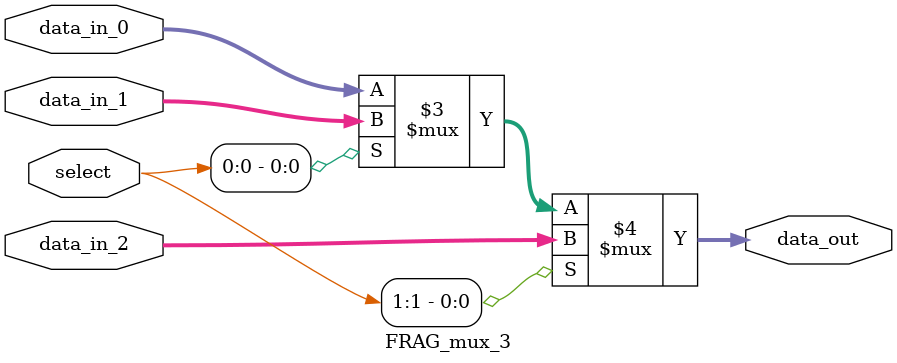
<source format=v>
module FRAG_mux_3 #(
    parameter DATAWIDTH = 32
)(
    input  [DATAWIDTH - 1 : 0]  data_in_0   ,
    input  [DATAWIDTH - 1 : 0]  data_in_1   ,
    input  [DATAWIDTH - 1 : 0]  data_in_2   ,
    input  [            1 : 0]  select      ,
    output [DATAWIDTH - 1 : 0]  data_out
);

    assign data_out = (select[1] == 1'b0) ? 
                        ((select[0] == 1'b0) ? data_in_0 : data_in_1) :
                        data_in_2;

endmodule
</source>
